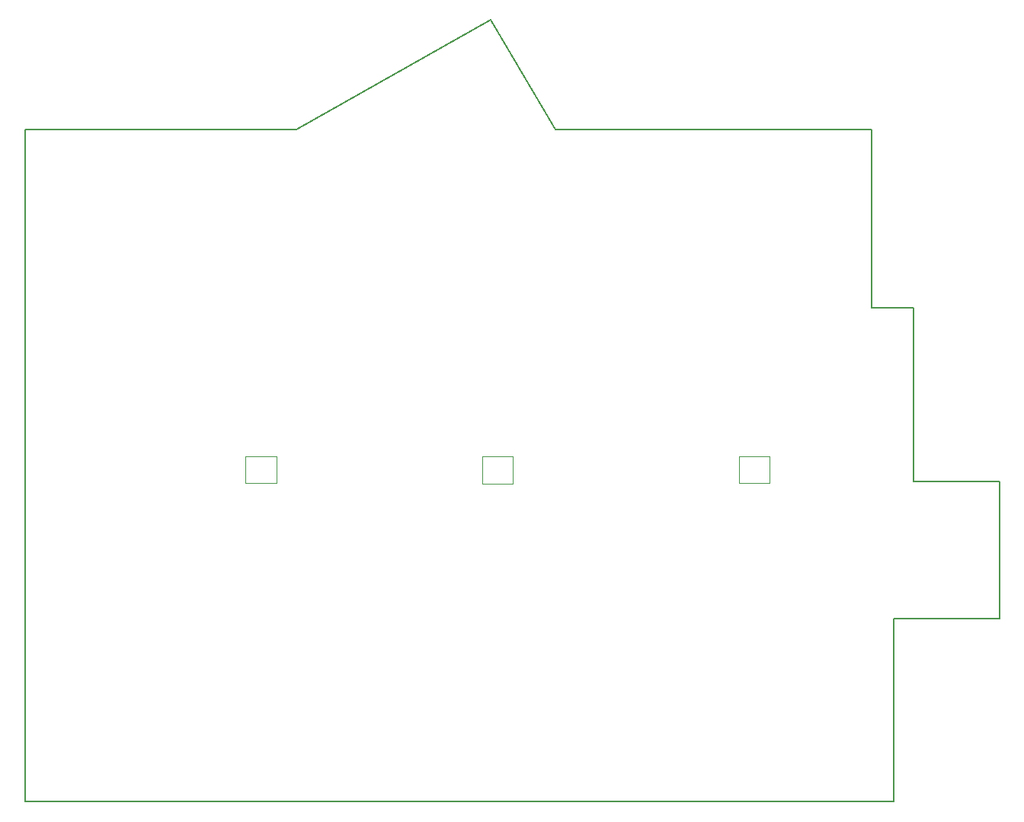
<source format=gbr>
G04 #@! TF.GenerationSoftware,KiCad,Pcbnew,(5.1.6-0-10_14)*
G04 #@! TF.CreationDate,2022-02-21T07:55:31+09:00*
G04 #@! TF.ProjectId,cool936,636f6f6c-3933-4362-9e6b-696361645f70,rev?*
G04 #@! TF.SameCoordinates,Original*
G04 #@! TF.FileFunction,Profile,NP*
%FSLAX46Y46*%
G04 Gerber Fmt 4.6, Leading zero omitted, Abs format (unit mm)*
G04 Created by KiCad (PCBNEW (5.1.6-0-10_14)) date 2022-02-21 07:55:31*
%MOMM*%
%LPD*%
G01*
G04 APERTURE LIST*
G04 #@! TA.AperFunction,Profile*
%ADD10C,0.150000*%
G04 #@! TD*
G04 #@! TA.AperFunction,Profile*
%ADD11C,0.120000*%
G04 #@! TD*
G04 APERTURE END LIST*
D10*
X19010000Y9240000D02*
X49190000Y9240000D01*
X70780000Y21390000D02*
X49190000Y9240000D01*
X77970000Y9240000D02*
X70780000Y21390000D01*
X117720000Y-10610000D02*
X113050000Y-10610000D01*
X113050000Y-10610000D02*
X113050000Y9240000D01*
X117720000Y-29870000D02*
X117720000Y-10610000D01*
X127280000Y-29870000D02*
X117720000Y-29870000D01*
X127280000Y-45140000D02*
X127280000Y-29870000D01*
X115550000Y-45140000D02*
X127280000Y-45140000D01*
X115550000Y-65480000D02*
X115550000Y-45140000D01*
X19010000Y-65480000D02*
X115550000Y-65480000D01*
X19010000Y9240000D02*
X19010000Y-65480000D01*
X113050000Y9240000D02*
X77970000Y9240000D01*
D11*
X101720000Y-30090000D02*
X98320000Y-30090000D01*
X101720000Y-27090000D02*
X101720000Y-30090000D01*
X98320000Y-27090000D02*
X101720000Y-27090000D01*
X98320000Y-30090000D02*
X98320000Y-27090000D01*
X73200000Y-30100000D02*
X69800000Y-30100000D01*
X73200000Y-27100000D02*
X73200000Y-30100000D01*
X69800000Y-27100000D02*
X73200000Y-27100000D01*
X69800000Y-30100000D02*
X69800000Y-27100000D01*
X43520000Y-30080000D02*
X43520000Y-27080000D01*
X43520000Y-27080000D02*
X46920000Y-27080000D01*
X46920000Y-27080000D02*
X46920000Y-30080000D01*
X46920000Y-30080000D02*
X43520000Y-30080000D01*
M02*

</source>
